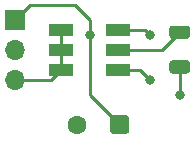
<source format=gbr>
%TF.GenerationSoftware,KiCad,Pcbnew,5.1.11-e4df9d881f~92~ubuntu21.04.1*%
%TF.CreationDate,2021-10-31T17:42:42-07:00*%
%TF.ProjectId,attiny402_rgb-pendant,61747469-6e79-4343-9032-5f7267622d70,1.0*%
%TF.SameCoordinates,Original*%
%TF.FileFunction,Copper,L1,Top*%
%TF.FilePolarity,Positive*%
%FSLAX46Y46*%
G04 Gerber Fmt 4.6, Leading zero omitted, Abs format (unit mm)*
G04 Created by KiCad (PCBNEW 5.1.11-e4df9d881f~92~ubuntu21.04.1) date 2021-10-31 17:42:42*
%MOMM*%
%LPD*%
G01*
G04 APERTURE LIST*
%TA.AperFunction,ComponentPad*%
%ADD10O,1.700000X1.700000*%
%TD*%
%TA.AperFunction,ComponentPad*%
%ADD11R,1.700000X1.700000*%
%TD*%
%TA.AperFunction,SMDPad,CuDef*%
%ADD12R,2.000000X1.100000*%
%TD*%
%TA.AperFunction,ComponentPad*%
%ADD13C,1.600000*%
%TD*%
%TA.AperFunction,ViaPad*%
%ADD14C,0.800000*%
%TD*%
%TA.AperFunction,Conductor*%
%ADD15C,0.250000*%
%TD*%
G04 APERTURE END LIST*
%TO.P,R1,2*%
%TO.N,/RED*%
%TA.AperFunction,SMDPad,CuDef*%
G36*
G01*
X155584998Y-93610000D02*
X156835002Y-93610000D01*
G75*
G02*
X157085000Y-93859998I0J-249998D01*
G01*
X157085000Y-94485002D01*
G75*
G02*
X156835002Y-94735000I-249998J0D01*
G01*
X155584998Y-94735000D01*
G75*
G02*
X155335000Y-94485002I0J249998D01*
G01*
X155335000Y-93859998D01*
G75*
G02*
X155584998Y-93610000I249998J0D01*
G01*
G37*
%TD.AperFunction*%
%TO.P,R1,1*%
%TO.N,Net-(D1-Pad5)*%
%TA.AperFunction,SMDPad,CuDef*%
G36*
G01*
X155584998Y-90685000D02*
X156835002Y-90685000D01*
G75*
G02*
X157085000Y-90934998I0J-249998D01*
G01*
X157085000Y-91560002D01*
G75*
G02*
X156835002Y-91810000I-249998J0D01*
G01*
X155584998Y-91810000D01*
G75*
G02*
X155335000Y-91560002I0J249998D01*
G01*
X155335000Y-90934998D01*
G75*
G02*
X155584998Y-90685000I249998J0D01*
G01*
G37*
%TD.AperFunction*%
%TD*%
D10*
%TO.P,J1,3*%
%TO.N,GND*%
X142240000Y-95250000D03*
%TO.P,J1,2*%
%TO.N,/UPDI*%
X142240000Y-92710000D03*
D11*
%TO.P,J1,1*%
%TO.N,+3V0*%
X142240000Y-90170000D03*
%TD*%
D12*
%TO.P,D1,6*%
%TO.N,/BLUE*%
X150990000Y-91010000D03*
%TO.P,D1,5*%
%TO.N,Net-(D1-Pad5)*%
X150990000Y-92710000D03*
%TO.P,D1,4*%
%TO.N,/GREEN*%
X150990000Y-94410000D03*
%TO.P,D1,3*%
%TO.N,GND*%
X146190000Y-94410000D03*
%TO.P,D1,2*%
X146190000Y-92710000D03*
%TO.P,D1,1*%
X146190000Y-91010000D03*
%TD*%
D13*
%TO.P,BT1,2*%
%TO.N,GND*%
X147530000Y-99060000D03*
%TO.P,BT1,1*%
%TO.N,+3V0*%
%TA.AperFunction,ComponentPad*%
G36*
G01*
X151930000Y-98510000D02*
X151930000Y-99610000D01*
G75*
G02*
X151680000Y-99860000I-250000J0D01*
G01*
X150580000Y-99860000D01*
G75*
G02*
X150330000Y-99610000I0J250000D01*
G01*
X150330000Y-98510000D01*
G75*
G02*
X150580000Y-98260000I250000J0D01*
G01*
X151680000Y-98260000D01*
G75*
G02*
X151930000Y-98510000I0J-250000D01*
G01*
G37*
%TD.AperFunction*%
%TD*%
D14*
%TO.N,+3V0*%
X148590000Y-91440000D03*
%TO.N,/GREEN*%
X153670000Y-95250000D03*
%TO.N,/BLUE*%
X153670000Y-91440000D03*
%TO.N,/RED*%
X156210000Y-96520000D03*
%TD*%
D15*
%TO.N,GND*%
X145350000Y-95250000D02*
X146190000Y-94410000D01*
X142240000Y-95250000D02*
X145350000Y-95250000D01*
X146190000Y-94410000D02*
X146190000Y-91010000D01*
%TO.N,+3V0*%
X148590000Y-90170000D02*
X147320000Y-88900000D01*
X143510000Y-88900000D02*
X142240000Y-90170000D01*
X147320000Y-88900000D02*
X147320000Y-88900000D01*
X148590000Y-96520000D02*
X148590000Y-91440000D01*
X151130000Y-99060000D02*
X148590000Y-96520000D01*
X147320000Y-88900000D02*
X143510000Y-88900000D01*
X148590000Y-91440000D02*
X148590000Y-90170000D01*
%TO.N,/GREEN*%
X153670000Y-95250000D02*
X152830000Y-94410000D01*
X150990000Y-94410000D02*
X152830000Y-94410000D01*
%TO.N,/BLUE*%
X151227500Y-91247500D02*
X150990000Y-91010000D01*
X150990000Y-91010000D02*
X153240000Y-91010000D01*
X153240000Y-91010000D02*
X153670000Y-91440000D01*
X153670000Y-91440000D02*
X153670000Y-91440000D01*
%TO.N,/RED*%
X156210000Y-94172500D02*
X156210000Y-96520000D01*
%TO.N,Net-(D1-Pad5)*%
X154747500Y-92710000D02*
X150990000Y-92710000D01*
X156210000Y-91247500D02*
X154747500Y-92710000D01*
%TD*%
M02*

</source>
